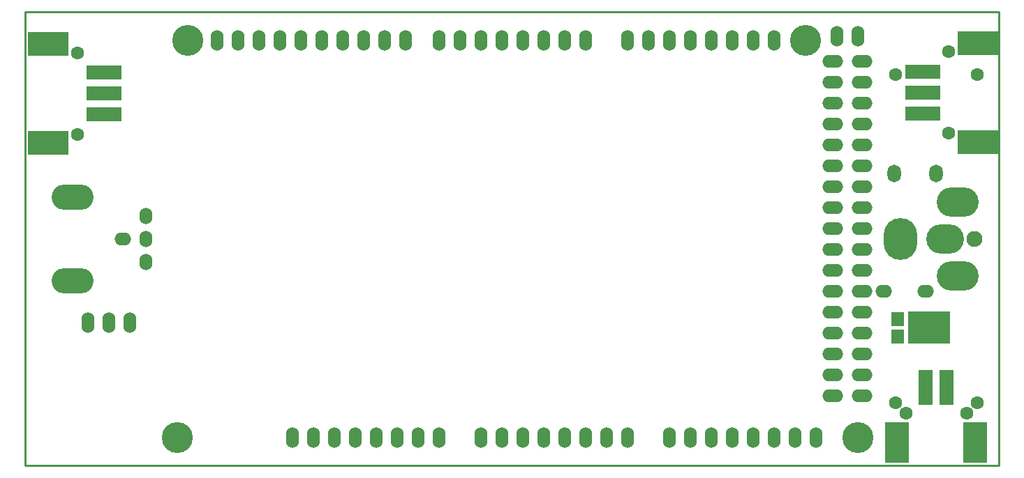
<source format=gts>
G04 #@! TF.GenerationSoftware,KiCad,Pcbnew,no-vcs-found-7571~57~ubuntu16.04.1*
G04 #@! TF.CreationDate,2017-02-02T16:12:20-05:00*
G04 #@! TF.ProjectId,template_5x3,74656D706C6174655F3578332E6B6963,1.0*
G04 #@! TF.FileFunction,Soldermask,Top*
G04 #@! TF.FilePolarity,Negative*
%FSLAX46Y46*%
G04 Gerber Fmt 4.6, Leading zero omitted, Abs format (unit mm)*
G04 Created by KiCad (PCBNEW no-vcs-found-7571~57~ubuntu16.04.1) date Thu Feb  2 16:12:20 2017*
%MOMM*%
%LPD*%
G01*
G04 APERTURE LIST*
%ADD10C,0.100000*%
%ADD11C,0.228600*%
%ADD12C,3.759200*%
%ADD13O,1.524000X2.540000*%
%ADD14O,2.540000X1.524000*%
%ADD15C,1.930400*%
%ADD16O,4.572000X3.556000*%
%ADD17O,4.064000X5.080000*%
%ADD18O,5.080000X3.556000*%
%ADD19O,5.080000X3.048000*%
%ADD20O,2.032000X1.524000*%
%ADD21O,1.524000X2.032000*%
%ADD22O,1.651000X2.159000*%
%ADD23R,4.191000X1.778000*%
%ADD24C,1.600200*%
%ADD25R,5.029200X2.997200*%
%ADD26R,1.778000X4.191000*%
%ADD27R,2.997200X5.029200*%
%ADD28R,5.160000X4.000000*%
%ADD29R,1.640000X1.800000*%
G04 APERTURE END LIST*
D10*
D11*
X211455000Y-75311000D02*
X93345000Y-75311000D01*
X211455000Y-130429000D02*
X211455000Y-75311000D01*
X93345000Y-130429000D02*
X211455000Y-130429000D01*
X93345000Y-75311000D02*
X93345000Y-130429000D01*
D12*
X111760000Y-127000000D03*
X113030000Y-78740000D03*
X194310000Y-127000000D03*
X187960000Y-78740000D03*
D13*
X125730000Y-127000000D03*
X128270000Y-127000000D03*
X130810000Y-127000000D03*
X133350000Y-127000000D03*
X135890000Y-127000000D03*
X138430000Y-127000000D03*
X140970000Y-127000000D03*
X143510000Y-127000000D03*
X148590000Y-127000000D03*
X151130000Y-127000000D03*
X153670000Y-127000000D03*
X156210000Y-127000000D03*
X158750000Y-127000000D03*
X161290000Y-127000000D03*
X163830000Y-127000000D03*
X166370000Y-127000000D03*
X171450000Y-127000000D03*
X173990000Y-127000000D03*
X176530000Y-127000000D03*
X179070000Y-127000000D03*
X181610000Y-127000000D03*
X184150000Y-127000000D03*
X186690000Y-127000000D03*
X189230000Y-127000000D03*
X116586000Y-78740000D03*
X119126000Y-78740000D03*
X121666000Y-78740000D03*
X124206000Y-78740000D03*
X126746000Y-78740000D03*
X129286000Y-78740000D03*
X131826000Y-78740000D03*
X134366000Y-78740000D03*
X136906000Y-78740000D03*
X139446000Y-78740000D03*
X143510000Y-78740000D03*
X161290000Y-78740000D03*
X158750000Y-78740000D03*
X156210000Y-78740000D03*
X153670000Y-78740000D03*
X151130000Y-78740000D03*
X148590000Y-78740000D03*
X146050000Y-78740000D03*
X166370000Y-78740000D03*
X168910000Y-78740000D03*
X171450000Y-78740000D03*
X173990000Y-78740000D03*
X176530000Y-78740000D03*
X179070000Y-78740000D03*
X181610000Y-78740000D03*
X184150000Y-78740000D03*
X191770000Y-78232000D03*
X194310000Y-78232000D03*
D14*
X191262000Y-81280000D03*
X194818000Y-81280000D03*
X191262000Y-83820000D03*
X194818000Y-83820000D03*
X191262000Y-86360000D03*
X194818000Y-86360000D03*
X191262000Y-88900000D03*
X194818000Y-88900000D03*
X191262000Y-91440000D03*
X194818000Y-91440000D03*
X191262000Y-93980000D03*
X194818000Y-93980000D03*
X191262000Y-96520000D03*
X194818000Y-96520000D03*
X191262000Y-99060000D03*
X194818000Y-99060000D03*
X191262000Y-101600000D03*
X194818000Y-101600000D03*
X191262000Y-104140000D03*
X194818000Y-104140000D03*
X191262000Y-106680000D03*
X194818000Y-106680000D03*
X191262000Y-109220000D03*
X194818000Y-109220000D03*
X191262000Y-111760000D03*
X194818000Y-111760000D03*
X191262000Y-114300000D03*
X194818000Y-114300000D03*
X191262000Y-116840000D03*
X194818000Y-116840000D03*
X191262000Y-119380000D03*
X194818000Y-119380000D03*
X191262000Y-121920000D03*
X194818000Y-121920000D03*
D13*
X103505000Y-113030000D03*
X100965000Y-113030000D03*
X106045000Y-113030000D03*
D15*
X208457800Y-102870000D03*
D16*
X204952600Y-102870000D03*
D17*
X199466200Y-102870000D03*
D18*
X206451200Y-98374200D03*
X206451200Y-107365800D03*
D19*
X99060000Y-107950000D03*
X99060000Y-97790000D03*
D20*
X105156000Y-102870000D03*
D21*
X107950000Y-102870000D03*
X107950000Y-100076000D03*
X107950000Y-105664000D03*
D22*
X198755000Y-94970600D03*
X203835000Y-94970600D03*
D23*
X102870000Y-87757000D03*
X102870000Y-85217000D03*
X102870000Y-82677000D03*
D24*
X99695000Y-90170000D03*
X99695000Y-80264000D03*
D25*
X96139000Y-91211400D03*
X96139000Y-79222600D03*
D24*
X208788000Y-82931000D03*
X198882000Y-82931000D03*
D23*
X202184000Y-82550000D03*
X202184000Y-85090000D03*
X202184000Y-87630000D03*
D24*
X205359000Y-80137000D03*
X205359000Y-90043000D03*
D25*
X208915000Y-79095600D03*
X208915000Y-91084400D03*
D24*
X198882000Y-122809000D03*
X208788000Y-122809000D03*
D26*
X205105000Y-120904000D03*
X202565000Y-120904000D03*
D24*
X207518000Y-124079000D03*
X200152000Y-124079000D03*
D27*
X208559400Y-127635000D03*
X199110600Y-127635000D03*
D20*
X197485000Y-109220000D03*
X202565000Y-109220000D03*
D28*
X202950000Y-113665000D03*
D29*
X199150000Y-114730000D03*
X199150000Y-112600000D03*
M02*

</source>
